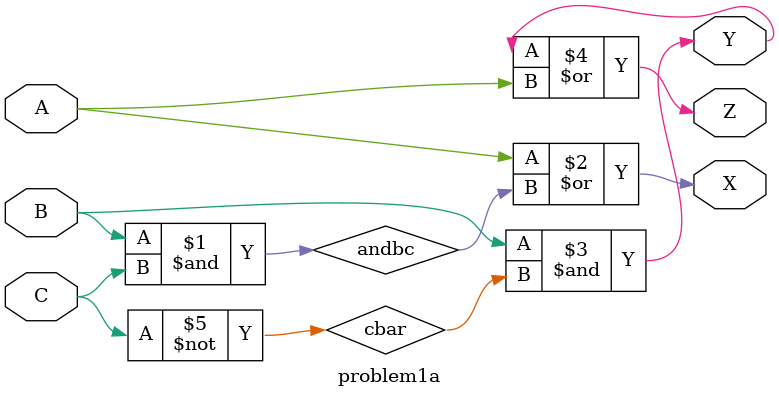
<source format=v>
module problem1a(X, Y, Z, A, B, C);
	input A, B, C;
	output X, Y, Z;
	wire cbar, andbc;

	not invC (cbar, C);
	and and1 (andbc, B, C);
	or or1 (X, A, andbc);
	and and2 (Y, B, cbar);
	or or2 (Z, Y, A);

endmodule
</source>
